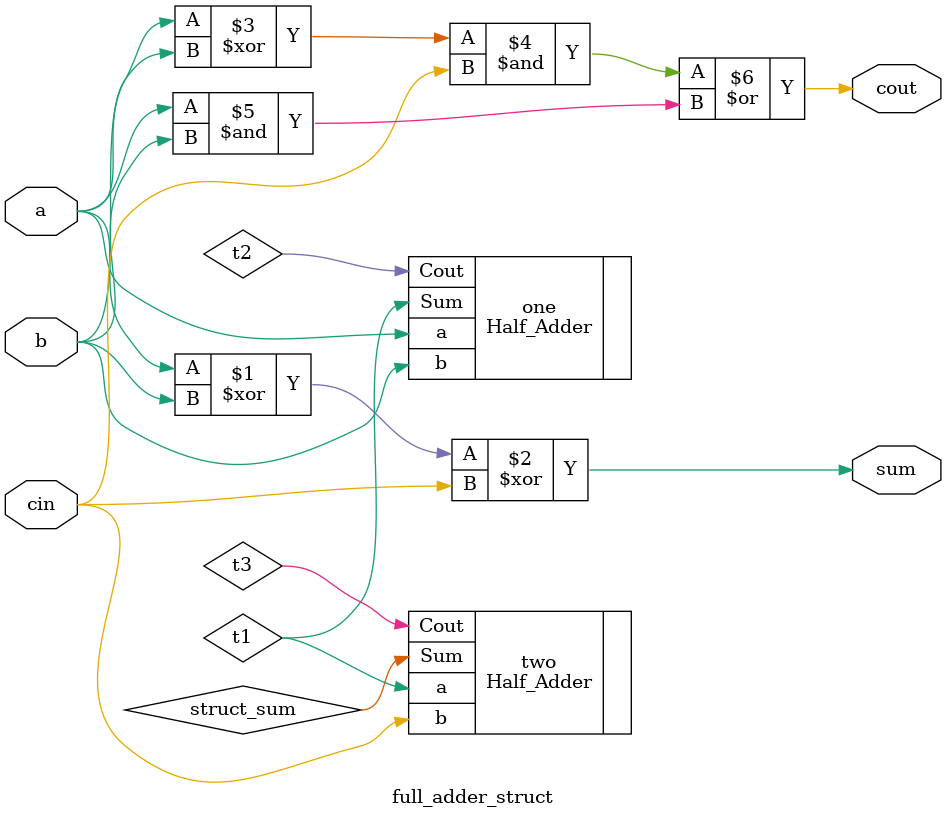
<source format=v>
module full_adder_struct(a,b,cin,sum,cout);

input a,b,cin;
output sum,cout;
assign sum= (a^b^cin);
assign cout= (((a^b)&cin) | (a&b));

wire t1,t2,t3;
wire struct_sum,struct_cout;
Half_Adder one(.a(a),.b(b),.Sum(t1),.Cout(t2));
Half_Adder two(.a(t1),.b(cin),.Sum(struct_sum),.Cout(t3));
or (struct_cout,t3,t2);

reg behav_sum,behav_cout;
always @(a or b or cin)
begin
if(a^b==cin)
	behav_sum=1'b0;
	
else
	behav_sum=1'b1;
if((a^b)&cin==1 || a&b==1)
	behav_cout=1'b1;
else
	behav_cout=1'b0;
end
endmodule
</source>
